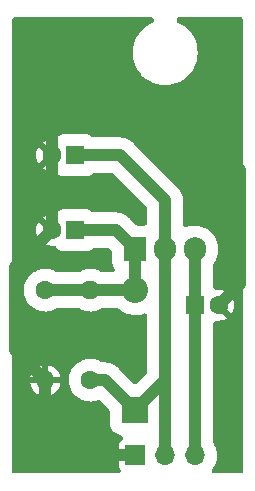
<source format=gbr>
G04 #@! TF.GenerationSoftware,KiCad,Pcbnew,(6.0.4)*
G04 #@! TF.CreationDate,2023-08-28T23:05:39+07:00*
G04 #@! TF.ProjectId,07-LM317-RippleRejection,30372d4c-4d33-4313-972d-526970706c65,rev?*
G04 #@! TF.SameCoordinates,Original*
G04 #@! TF.FileFunction,Copper,L2,Bot*
G04 #@! TF.FilePolarity,Positive*
%FSLAX46Y46*%
G04 Gerber Fmt 4.6, Leading zero omitted, Abs format (unit mm)*
G04 Created by KiCad (PCBNEW (6.0.4)) date 2023-08-28 23:05:39*
%MOMM*%
%LPD*%
G01*
G04 APERTURE LIST*
G04 #@! TA.AperFunction,ComponentPad*
%ADD10R,1.700000X1.700000*%
G04 #@! TD*
G04 #@! TA.AperFunction,ComponentPad*
%ADD11O,1.700000X1.700000*%
G04 #@! TD*
G04 #@! TA.AperFunction,ComponentPad*
%ADD12R,1.905000X2.000000*%
G04 #@! TD*
G04 #@! TA.AperFunction,ComponentPad*
%ADD13O,1.905000X2.000000*%
G04 #@! TD*
G04 #@! TA.AperFunction,ComponentPad*
%ADD14C,1.600000*%
G04 #@! TD*
G04 #@! TA.AperFunction,ComponentPad*
%ADD15O,1.600000X1.600000*%
G04 #@! TD*
G04 #@! TA.AperFunction,ComponentPad*
%ADD16R,2.200000X2.200000*%
G04 #@! TD*
G04 #@! TA.AperFunction,ComponentPad*
%ADD17O,2.200000X2.200000*%
G04 #@! TD*
G04 #@! TA.AperFunction,ComponentPad*
%ADD18R,1.600000X1.600000*%
G04 #@! TD*
G04 #@! TA.AperFunction,Conductor*
%ADD19C,1.000000*%
G04 #@! TD*
G04 APERTURE END LIST*
D10*
G04 #@! TO.P,J1,1,Pin_1*
G04 #@! TO.N,GND*
X190500000Y-100330000D03*
D11*
G04 #@! TO.P,J1,2,Pin_2*
G04 #@! TO.N,VOUT*
X193040000Y-100330000D03*
G04 #@! TO.P,J1,3,Pin_3*
G04 #@! TO.N,VIN*
X195580000Y-100330000D03*
G04 #@! TD*
D12*
G04 #@! TO.P,U1,1,ADJ*
G04 #@! TO.N,/ADJ*
X190500000Y-82890000D03*
D13*
G04 #@! TO.P,U1,2,VO*
G04 #@! TO.N,VOUT*
X193040000Y-82890000D03*
G04 #@! TO.P,U1,3,VI*
G04 #@! TO.N,VIN*
X195580000Y-82890000D03*
G04 #@! TD*
D14*
G04 #@! TO.P,R2,1*
G04 #@! TO.N,/ADJ*
X182880000Y-86360000D03*
D15*
G04 #@! TO.P,R2,2*
G04 #@! TO.N,GND*
X182880000Y-93980000D03*
G04 #@! TD*
D14*
G04 #@! TO.P,R1,1*
G04 #@! TO.N,VOUT*
X186690000Y-93980000D03*
D15*
G04 #@! TO.P,R1,2*
G04 #@! TO.N,/ADJ*
X186690000Y-86360000D03*
G04 #@! TD*
D16*
G04 #@! TO.P,D1,1,K*
G04 #@! TO.N,VOUT*
X190500000Y-96520000D03*
D17*
G04 #@! TO.P,D1,2,A*
G04 #@! TO.N,/ADJ*
X190500000Y-86360000D03*
G04 #@! TD*
D18*
G04 #@! TO.P,C3,1*
G04 #@! TO.N,VOUT*
X185420000Y-74930000D03*
D14*
G04 #@! TO.P,C3,2*
G04 #@! TO.N,GND*
X183420000Y-74930000D03*
G04 #@! TD*
D18*
G04 #@! TO.P,C2,1*
G04 #@! TO.N,/ADJ*
X185420000Y-81280000D03*
D14*
G04 #@! TO.P,C2,2*
G04 #@! TO.N,GND*
X183420000Y-81280000D03*
G04 #@! TD*
D18*
G04 #@! TO.P,C1,1*
G04 #@! TO.N,VIN*
X195580000Y-87630000D03*
D14*
G04 #@! TO.P,C1,2*
G04 #@! TO.N,GND*
X197580000Y-87630000D03*
G04 #@! TD*
D19*
G04 #@! TO.N,GND*
X186690000Y-100330000D02*
X190500000Y-100330000D01*
X182880000Y-96520000D02*
X186690000Y-100330000D01*
X182880000Y-93980000D02*
X182880000Y-96520000D01*
G04 #@! TO.N,VOUT*
X190500000Y-96520000D02*
X193040000Y-93980000D01*
X193040000Y-93980000D02*
X193040000Y-92710000D01*
X193040000Y-100330000D02*
X193040000Y-93980000D01*
X187960000Y-93980000D02*
X190500000Y-96520000D01*
X186690000Y-93980000D02*
X187960000Y-93980000D01*
G04 #@! TO.N,/ADJ*
X190500000Y-86360000D02*
X190500000Y-82890000D01*
X186690000Y-86360000D02*
X190500000Y-86360000D01*
X182880000Y-86360000D02*
X186690000Y-86360000D01*
G04 #@! TO.N,GND*
X180340000Y-84360000D02*
X183420000Y-81280000D01*
X180340000Y-91440000D02*
X180340000Y-84360000D01*
X182880000Y-93980000D02*
X180340000Y-91440000D01*
X199390000Y-85820000D02*
X197580000Y-87630000D01*
X199390000Y-76200000D02*
X199390000Y-85820000D01*
X194310000Y-71120000D02*
X199390000Y-76200000D01*
X183420000Y-73120000D02*
X185420000Y-71120000D01*
X185420000Y-71120000D02*
X194310000Y-71120000D01*
X183420000Y-74930000D02*
X183420000Y-73120000D01*
G04 #@! TO.N,VIN*
X195580000Y-87630000D02*
X195580000Y-100330000D01*
G04 #@! TO.N,VOUT*
X193040000Y-78740000D02*
X193040000Y-82890000D01*
X189230000Y-74930000D02*
X193040000Y-78740000D01*
X185420000Y-74930000D02*
X189230000Y-74930000D01*
G04 #@! TO.N,GND*
X183420000Y-74930000D02*
X183420000Y-81280000D01*
G04 #@! TO.N,/ADJ*
X185420000Y-81280000D02*
X188890000Y-81280000D01*
X188890000Y-81280000D02*
X190500000Y-82890000D01*
G04 #@! TO.N,VOUT*
X193040000Y-92710000D02*
X193040000Y-91440000D01*
X193040000Y-82890000D02*
X193040000Y-91440000D01*
G04 #@! TO.N,VIN*
X195580000Y-82890000D02*
X195580000Y-87630000D01*
G04 #@! TD*
G04 #@! TA.AperFunction,Conductor*
G04 #@! TO.N,GND*
G36*
X191921108Y-63249758D02*
G01*
X192003187Y-63304602D01*
X192058031Y-63386681D01*
X192077289Y-63483500D01*
X192058031Y-63580319D01*
X192003187Y-63662398D01*
X191926589Y-63714895D01*
X191776179Y-63781391D01*
X191769638Y-63785282D01*
X191769637Y-63785283D01*
X191607563Y-63881707D01*
X191491164Y-63950957D01*
X191228585Y-64153536D01*
X191223162Y-64158875D01*
X191223158Y-64158878D01*
X190997678Y-64380843D01*
X190997672Y-64380849D01*
X190992244Y-64386193D01*
X190970287Y-64413747D01*
X190790310Y-64639604D01*
X190790306Y-64639609D01*
X190785566Y-64645558D01*
X190611545Y-64927874D01*
X190472700Y-65229051D01*
X190371043Y-65544728D01*
X190308047Y-65870332D01*
X190284624Y-66201145D01*
X190301114Y-66532376D01*
X190357277Y-66859227D01*
X190359458Y-66866520D01*
X190359459Y-66866524D01*
X190384548Y-66950414D01*
X190452300Y-67176964D01*
X190584807Y-67480983D01*
X190752879Y-67766882D01*
X190757497Y-67772933D01*
X190757501Y-67772939D01*
X190802208Y-67831519D01*
X190954080Y-68030518D01*
X190959395Y-68035974D01*
X190959401Y-68035981D01*
X191022190Y-68100435D01*
X191185496Y-68268073D01*
X191191426Y-68272850D01*
X191191430Y-68272853D01*
X191289871Y-68352143D01*
X191443775Y-68476107D01*
X191725176Y-68651604D01*
X192025623Y-68792024D01*
X192340763Y-68895332D01*
X192666032Y-68960032D01*
X192785425Y-68969114D01*
X192989113Y-68984609D01*
X192989121Y-68984609D01*
X192996718Y-68985187D01*
X193004332Y-68984848D01*
X193004339Y-68984848D01*
X193162374Y-68977810D01*
X193328031Y-68970432D01*
X193335544Y-68969182D01*
X193335549Y-68969181D01*
X193647656Y-68917232D01*
X193655172Y-68915981D01*
X193973401Y-68822622D01*
X194278111Y-68691709D01*
X194354097Y-68647573D01*
X194558292Y-68528967D01*
X194558298Y-68528963D01*
X194564885Y-68525137D01*
X194829572Y-68325319D01*
X195068335Y-68095150D01*
X195277718Y-67837964D01*
X195354699Y-67715956D01*
X195450618Y-67563935D01*
X195450622Y-67563927D01*
X195454687Y-67557485D01*
X195596678Y-67257778D01*
X195701635Y-66943183D01*
X195720327Y-66851720D01*
X195766512Y-66625717D01*
X195768037Y-66618257D01*
X195794923Y-66287707D01*
X195795527Y-66230000D01*
X195775570Y-65898960D01*
X195715987Y-65572715D01*
X195713726Y-65565432D01*
X195619902Y-65263271D01*
X195619899Y-65263264D01*
X195617641Y-65255991D01*
X195608818Y-65236311D01*
X195485074Y-64960324D01*
X195485072Y-64960320D01*
X195481958Y-64953375D01*
X195478036Y-64946860D01*
X195478032Y-64946853D01*
X195314835Y-64675785D01*
X195310902Y-64669252D01*
X195106951Y-64407737D01*
X195101587Y-64402345D01*
X195101581Y-64402338D01*
X194878435Y-64178021D01*
X194878433Y-64178019D01*
X194873060Y-64172618D01*
X194612617Y-63967301D01*
X194329393Y-63794760D01*
X194322463Y-63791609D01*
X194151358Y-63713812D01*
X194071193Y-63656207D01*
X194019174Y-63572309D01*
X194003222Y-63474891D01*
X194025763Y-63378783D01*
X194083368Y-63298618D01*
X194167266Y-63246599D01*
X194256075Y-63230500D01*
X199406500Y-63230500D01*
X199503319Y-63249758D01*
X199585398Y-63304602D01*
X199640242Y-63386681D01*
X199659500Y-63483500D01*
X199659500Y-101616500D01*
X199640242Y-101713319D01*
X199585398Y-101795398D01*
X199503319Y-101850242D01*
X199406500Y-101869500D01*
X197246643Y-101869500D01*
X197149824Y-101850242D01*
X197067745Y-101795398D01*
X197012901Y-101713319D01*
X196993643Y-101616500D01*
X197012901Y-101519681D01*
X197052974Y-101453709D01*
X197080910Y-101420475D01*
X197219586Y-101198116D01*
X197325547Y-100958436D01*
X197372664Y-100791376D01*
X197394252Y-100714830D01*
X197394253Y-100714824D01*
X197396681Y-100706216D01*
X197409750Y-100608918D01*
X197430706Y-100452897D01*
X197430707Y-100452889D01*
X197431566Y-100446491D01*
X197435227Y-100330000D01*
X197416719Y-100068596D01*
X197361563Y-99812408D01*
X197341013Y-99756703D01*
X197273957Y-99574941D01*
X197273955Y-99574938D01*
X197270860Y-99566547D01*
X197201912Y-99438764D01*
X197150667Y-99343790D01*
X197150663Y-99343784D01*
X197146420Y-99335920D01*
X197129993Y-99313679D01*
X197087962Y-99224362D01*
X197080500Y-99163368D01*
X197080500Y-89244206D01*
X197099758Y-89147387D01*
X197137439Y-89084303D01*
X197189821Y-89020076D01*
X197265937Y-88957219D01*
X197360314Y-88928274D01*
X197407932Y-88927942D01*
X197568993Y-88942033D01*
X197591007Y-88942033D01*
X197796995Y-88924012D01*
X197818668Y-88920190D01*
X198018403Y-88866671D01*
X198039077Y-88859147D01*
X198226489Y-88771755D01*
X198245545Y-88760753D01*
X198287478Y-88731391D01*
X198302132Y-88716084D01*
X198298406Y-88707616D01*
X197454602Y-87863812D01*
X197399758Y-87781733D01*
X197380500Y-87684914D01*
X197380500Y-87630000D01*
X197945056Y-87630000D01*
X197956829Y-87647619D01*
X198649480Y-88340270D01*
X198667099Y-88352043D01*
X198674792Y-88346903D01*
X198710753Y-88295545D01*
X198721755Y-88276489D01*
X198809147Y-88089077D01*
X198816671Y-88068403D01*
X198870190Y-87868668D01*
X198874012Y-87846995D01*
X198892033Y-87641007D01*
X198892033Y-87618993D01*
X198874012Y-87413005D01*
X198870190Y-87391332D01*
X198816671Y-87191597D01*
X198809147Y-87170923D01*
X198721755Y-86983511D01*
X198710753Y-86964455D01*
X198681391Y-86922522D01*
X198666084Y-86907868D01*
X198657616Y-86911594D01*
X197956829Y-87612381D01*
X197945056Y-87630000D01*
X197380500Y-87630000D01*
X197380500Y-87575086D01*
X197399758Y-87478267D01*
X197454602Y-87396188D01*
X198290270Y-86560520D01*
X198302043Y-86542901D01*
X198296903Y-86535208D01*
X198245545Y-86499247D01*
X198226489Y-86488245D01*
X198039077Y-86400853D01*
X198018403Y-86393329D01*
X197818668Y-86339810D01*
X197796995Y-86335988D01*
X197591007Y-86317967D01*
X197568993Y-86317967D01*
X197407932Y-86332058D01*
X197309803Y-86321311D01*
X197223257Y-86273830D01*
X197189821Y-86239924D01*
X197137439Y-86175697D01*
X197091171Y-86088496D01*
X197080500Y-86015794D01*
X197080500Y-84276629D01*
X197099758Y-84179810D01*
X197134815Y-84119999D01*
X197193873Y-84045084D01*
X197193878Y-84045077D01*
X197199415Y-84038053D01*
X197338328Y-83798896D01*
X197442158Y-83542552D01*
X197508833Y-83274135D01*
X197533000Y-83038266D01*
X197533000Y-82772039D01*
X197532684Y-82767572D01*
X197519087Y-82575538D01*
X197519086Y-82575533D01*
X197518455Y-82566617D01*
X197460244Y-82296238D01*
X197364518Y-82036759D01*
X197233185Y-81793357D01*
X197068867Y-81570888D01*
X196874841Y-81373791D01*
X196654981Y-81205998D01*
X196617126Y-81184798D01*
X196421472Y-81075228D01*
X196413671Y-81070859D01*
X196155728Y-80971068D01*
X195886297Y-80908617D01*
X195610755Y-80884753D01*
X195334599Y-80899950D01*
X195291027Y-80908617D01*
X195072115Y-80952161D01*
X195072110Y-80952162D01*
X195063339Y-80953907D01*
X194877327Y-81019230D01*
X194779599Y-81033140D01*
X194683984Y-81008591D01*
X194605043Y-80949320D01*
X194554792Y-80864352D01*
X194540500Y-80780522D01*
X194540500Y-78864419D01*
X194540945Y-78849413D01*
X194541529Y-78839580D01*
X194542993Y-78829294D01*
X194540565Y-78722304D01*
X194540500Y-78716564D01*
X194540500Y-78677446D01*
X194539798Y-78668903D01*
X194539014Y-78653930D01*
X194537631Y-78593000D01*
X194537631Y-78592996D01*
X194537395Y-78582618D01*
X194531550Y-78551683D01*
X194528004Y-78525454D01*
X194526276Y-78504434D01*
X194526275Y-78504429D01*
X194525425Y-78494089D01*
X194508046Y-78424903D01*
X194504833Y-78410290D01*
X194491584Y-78340167D01*
X194480768Y-78310612D01*
X194472982Y-78285303D01*
X194465316Y-78254783D01*
X194461177Y-78245265D01*
X194461174Y-78245255D01*
X194436877Y-78189378D01*
X194431301Y-78175438D01*
X194410358Y-78118209D01*
X194406789Y-78108456D01*
X194401677Y-78099421D01*
X194401674Y-78099414D01*
X194391290Y-78081060D01*
X194379478Y-78057369D01*
X194371070Y-78038032D01*
X194371068Y-78038028D01*
X194366928Y-78028507D01*
X194328183Y-77968616D01*
X194320423Y-77955803D01*
X194285288Y-77893703D01*
X194265527Y-77869213D01*
X194249998Y-77847760D01*
X194238549Y-77830062D01*
X194238544Y-77830055D01*
X194232905Y-77821339D01*
X194184899Y-77768580D01*
X194175132Y-77757185D01*
X194162313Y-77741298D01*
X194162311Y-77741296D01*
X194158083Y-77736056D01*
X194131444Y-77709417D01*
X194123215Y-77700791D01*
X194066846Y-77638842D01*
X194058707Y-77632414D01*
X194058695Y-77632403D01*
X194050037Y-77625566D01*
X194027943Y-77605916D01*
X190378992Y-73956965D01*
X190368696Y-73946039D01*
X190362151Y-73938667D01*
X190355917Y-73930364D01*
X190278543Y-73856424D01*
X190274438Y-73852411D01*
X190246781Y-73824754D01*
X190240250Y-73819215D01*
X190229106Y-73809181D01*
X190185034Y-73767065D01*
X190177532Y-73759896D01*
X190151531Y-73742159D01*
X190130465Y-73726111D01*
X190114382Y-73712471D01*
X190114377Y-73712468D01*
X190106469Y-73705761D01*
X190085697Y-73693329D01*
X190045271Y-73669134D01*
X190032625Y-73661047D01*
X189982277Y-73626702D01*
X189973700Y-73620851D01*
X189945145Y-73607596D01*
X189921762Y-73595215D01*
X189894750Y-73579049D01*
X189828385Y-73552907D01*
X189814586Y-73546993D01*
X189759309Y-73521334D01*
X189759305Y-73521333D01*
X189749896Y-73516965D01*
X189739901Y-73514193D01*
X189739890Y-73514189D01*
X189719570Y-73508554D01*
X189694457Y-73500152D01*
X189674840Y-73492425D01*
X189665178Y-73488619D01*
X189595435Y-73473667D01*
X189580876Y-73470091D01*
X189512129Y-73451026D01*
X189501819Y-73449924D01*
X189501813Y-73449923D01*
X189480838Y-73447682D01*
X189454682Y-73443492D01*
X189423920Y-73436897D01*
X189352681Y-73433538D01*
X189337709Y-73432386D01*
X189317398Y-73430215D01*
X189317397Y-73430215D01*
X189310708Y-73429500D01*
X189273025Y-73429500D01*
X189261107Y-73429219D01*
X189187827Y-73425763D01*
X189187824Y-73425763D01*
X189177453Y-73425274D01*
X189162541Y-73427026D01*
X189156188Y-73427772D01*
X189126670Y-73429500D01*
X187034206Y-73429500D01*
X186937387Y-73410242D01*
X186874306Y-73372564D01*
X186773596Y-73290427D01*
X186762234Y-73284487D01*
X186604835Y-73202200D01*
X186604831Y-73202198D01*
X186593470Y-73196259D01*
X186581146Y-73192725D01*
X186581143Y-73192724D01*
X186409663Y-73143553D01*
X186409659Y-73143552D01*
X186398087Y-73140234D01*
X186386097Y-73139164D01*
X186386092Y-73139163D01*
X186331254Y-73134269D01*
X186277816Y-73129500D01*
X184562184Y-73129500D01*
X184508746Y-73134269D01*
X184453908Y-73139163D01*
X184453903Y-73139164D01*
X184441913Y-73140234D01*
X184430341Y-73143552D01*
X184430337Y-73143553D01*
X184258857Y-73192724D01*
X184258854Y-73192725D01*
X184246530Y-73196259D01*
X184235169Y-73202198D01*
X184235165Y-73202200D01*
X184077766Y-73284487D01*
X184066404Y-73290427D01*
X183908891Y-73418891D01*
X183900789Y-73428825D01*
X183810179Y-73539924D01*
X183734062Y-73602782D01*
X183639685Y-73631726D01*
X183592068Y-73632058D01*
X183431007Y-73617967D01*
X183408993Y-73617967D01*
X183203005Y-73635988D01*
X183181332Y-73639810D01*
X182981597Y-73693329D01*
X182960923Y-73700853D01*
X182773511Y-73788245D01*
X182754455Y-73799247D01*
X182712522Y-73828609D01*
X182697868Y-73843916D01*
X182701594Y-73852384D01*
X183545398Y-74696188D01*
X183600242Y-74778267D01*
X183619500Y-74875086D01*
X183619500Y-74984914D01*
X183600242Y-75081733D01*
X183545398Y-75163812D01*
X182709730Y-75999480D01*
X182697957Y-76017099D01*
X182703097Y-76024792D01*
X182754455Y-76060753D01*
X182773511Y-76071755D01*
X182960923Y-76159147D01*
X182981597Y-76166671D01*
X183181332Y-76220190D01*
X183203005Y-76224012D01*
X183408993Y-76242033D01*
X183431007Y-76242033D01*
X183592068Y-76227942D01*
X183690197Y-76238689D01*
X183776743Y-76286170D01*
X183810179Y-76320076D01*
X183900789Y-76431175D01*
X183908891Y-76441109D01*
X184066404Y-76569573D01*
X184077766Y-76575513D01*
X184235165Y-76657800D01*
X184235169Y-76657802D01*
X184246530Y-76663741D01*
X184258854Y-76667275D01*
X184258857Y-76667276D01*
X184430337Y-76716447D01*
X184430341Y-76716448D01*
X184441913Y-76719766D01*
X184453903Y-76720836D01*
X184453908Y-76720837D01*
X184508746Y-76725731D01*
X184562184Y-76730500D01*
X186277816Y-76730500D01*
X186331254Y-76725731D01*
X186386092Y-76720837D01*
X186386097Y-76720836D01*
X186398087Y-76719766D01*
X186409659Y-76716448D01*
X186409663Y-76716447D01*
X186581143Y-76667276D01*
X186581146Y-76667275D01*
X186593470Y-76663741D01*
X186604831Y-76657802D01*
X186604835Y-76657800D01*
X186762234Y-76575513D01*
X186773596Y-76569573D01*
X186874305Y-76487437D01*
X186961505Y-76441171D01*
X187034206Y-76430500D01*
X188503676Y-76430500D01*
X188600495Y-76449758D01*
X188682574Y-76504602D01*
X191465398Y-79287425D01*
X191520242Y-79369504D01*
X191539500Y-79466323D01*
X191539500Y-80636500D01*
X191520242Y-80733319D01*
X191465398Y-80815398D01*
X191383319Y-80870242D01*
X191286500Y-80889500D01*
X190726323Y-80889500D01*
X190629504Y-80870242D01*
X190547425Y-80815398D01*
X190038992Y-80306965D01*
X190028696Y-80296039D01*
X190022151Y-80288667D01*
X190015917Y-80280364D01*
X189938543Y-80206424D01*
X189934438Y-80202411D01*
X189906781Y-80174754D01*
X189900250Y-80169215D01*
X189889106Y-80159181D01*
X189845034Y-80117065D01*
X189837532Y-80109896D01*
X189811531Y-80092159D01*
X189790465Y-80076111D01*
X189774382Y-80062471D01*
X189774377Y-80062468D01*
X189766469Y-80055761D01*
X189745697Y-80043329D01*
X189705271Y-80019134D01*
X189692625Y-80011047D01*
X189642277Y-79976702D01*
X189633700Y-79970851D01*
X189605145Y-79957596D01*
X189581762Y-79945215D01*
X189554750Y-79929049D01*
X189488385Y-79902907D01*
X189474586Y-79896993D01*
X189419309Y-79871334D01*
X189419305Y-79871333D01*
X189409896Y-79866965D01*
X189399901Y-79864193D01*
X189399890Y-79864189D01*
X189379570Y-79858554D01*
X189354457Y-79850152D01*
X189334840Y-79842425D01*
X189325178Y-79838619D01*
X189255435Y-79823667D01*
X189240876Y-79820091D01*
X189172129Y-79801026D01*
X189161819Y-79799924D01*
X189161813Y-79799923D01*
X189140838Y-79797682D01*
X189114682Y-79793492D01*
X189083920Y-79786897D01*
X189012681Y-79783538D01*
X188997709Y-79782386D01*
X188977398Y-79780215D01*
X188977397Y-79780215D01*
X188970708Y-79779500D01*
X188933025Y-79779500D01*
X188921107Y-79779219D01*
X188847827Y-79775763D01*
X188847824Y-79775763D01*
X188837453Y-79775274D01*
X188822541Y-79777026D01*
X188816188Y-79777772D01*
X188786670Y-79779500D01*
X187034206Y-79779500D01*
X186937387Y-79760242D01*
X186874306Y-79722564D01*
X186773596Y-79640427D01*
X186762234Y-79634487D01*
X186604835Y-79552200D01*
X186604831Y-79552198D01*
X186593470Y-79546259D01*
X186581146Y-79542725D01*
X186581143Y-79542724D01*
X186409663Y-79493553D01*
X186409659Y-79493552D01*
X186398087Y-79490234D01*
X186386097Y-79489164D01*
X186386092Y-79489163D01*
X186331254Y-79484269D01*
X186277816Y-79479500D01*
X184562184Y-79479500D01*
X184508746Y-79484269D01*
X184453908Y-79489163D01*
X184453903Y-79489164D01*
X184441913Y-79490234D01*
X184430341Y-79493552D01*
X184430337Y-79493553D01*
X184258857Y-79542724D01*
X184258854Y-79542725D01*
X184246530Y-79546259D01*
X184235169Y-79552198D01*
X184235165Y-79552200D01*
X184077766Y-79634487D01*
X184066404Y-79640427D01*
X183908891Y-79768891D01*
X183900789Y-79778825D01*
X183810179Y-79889924D01*
X183734062Y-79952782D01*
X183639685Y-79981726D01*
X183592068Y-79982058D01*
X183431007Y-79967967D01*
X183408993Y-79967967D01*
X183203005Y-79985988D01*
X183181332Y-79989810D01*
X182981597Y-80043329D01*
X182960923Y-80050853D01*
X182773511Y-80138245D01*
X182754455Y-80149247D01*
X182712522Y-80178609D01*
X182697868Y-80193916D01*
X182701594Y-80202384D01*
X183545398Y-81046188D01*
X183600242Y-81128267D01*
X183619500Y-81225086D01*
X183619500Y-81334914D01*
X183600242Y-81431733D01*
X183545398Y-81513812D01*
X182709730Y-82349480D01*
X182697957Y-82367099D01*
X182703097Y-82374792D01*
X182754455Y-82410753D01*
X182773511Y-82421755D01*
X182960923Y-82509147D01*
X182981597Y-82516671D01*
X183181332Y-82570190D01*
X183203005Y-82574012D01*
X183408993Y-82592033D01*
X183431007Y-82592033D01*
X183592068Y-82577942D01*
X183690197Y-82588689D01*
X183776743Y-82636170D01*
X183810179Y-82670076D01*
X183900789Y-82781175D01*
X183908891Y-82791109D01*
X184066404Y-82919573D01*
X184077766Y-82925513D01*
X184235165Y-83007800D01*
X184235169Y-83007802D01*
X184246530Y-83013741D01*
X184258854Y-83017275D01*
X184258857Y-83017276D01*
X184430337Y-83066447D01*
X184430341Y-83066448D01*
X184441913Y-83069766D01*
X184453903Y-83070836D01*
X184453908Y-83070837D01*
X184508746Y-83075731D01*
X184562184Y-83080500D01*
X186277816Y-83080500D01*
X186331254Y-83075731D01*
X186386092Y-83070837D01*
X186386097Y-83070836D01*
X186398087Y-83069766D01*
X186409659Y-83066448D01*
X186409663Y-83066447D01*
X186581143Y-83017276D01*
X186581146Y-83017275D01*
X186593470Y-83013741D01*
X186604831Y-83007802D01*
X186604835Y-83007800D01*
X186762234Y-82925513D01*
X186773596Y-82919573D01*
X186874305Y-82837437D01*
X186961505Y-82791171D01*
X187034206Y-82780500D01*
X188163676Y-82780500D01*
X188260495Y-82799758D01*
X188342574Y-82854602D01*
X188472898Y-82984926D01*
X188527742Y-83067005D01*
X188547000Y-83163824D01*
X188547000Y-83947816D01*
X188547501Y-83953425D01*
X188555054Y-84038053D01*
X188557734Y-84068087D01*
X188613759Y-84263470D01*
X188619698Y-84274831D01*
X188619700Y-84274835D01*
X188620638Y-84276629D01*
X188707927Y-84443596D01*
X188716029Y-84453530D01*
X188723083Y-84464228D01*
X188720597Y-84465867D01*
X188756637Y-84533776D01*
X188766021Y-84632045D01*
X188737085Y-84726425D01*
X188674235Y-84802547D01*
X188587038Y-84848823D01*
X188514314Y-84859500D01*
X187765140Y-84859500D01*
X187668321Y-84840242D01*
X187620930Y-84814376D01*
X187614096Y-84809635D01*
X187614093Y-84809633D01*
X187606385Y-84804286D01*
X187569271Y-84785983D01*
X187374788Y-84690075D01*
X187366371Y-84685924D01*
X187232800Y-84643167D01*
X187120439Y-84607200D01*
X187120434Y-84607199D01*
X187111497Y-84604338D01*
X186847364Y-84561322D01*
X186837981Y-84561199D01*
X186837979Y-84561199D01*
X186693555Y-84559309D01*
X186579774Y-84557819D01*
X186314605Y-84593907D01*
X186057683Y-84668792D01*
X186049165Y-84672719D01*
X186049162Y-84672720D01*
X185925839Y-84729573D01*
X185814652Y-84780831D01*
X185806799Y-84785980D01*
X185806793Y-84785983D01*
X185757838Y-84818080D01*
X185666311Y-84855060D01*
X185619120Y-84859500D01*
X183955140Y-84859500D01*
X183858321Y-84840242D01*
X183810930Y-84814376D01*
X183804096Y-84809635D01*
X183804093Y-84809633D01*
X183796385Y-84804286D01*
X183759271Y-84785983D01*
X183564788Y-84690075D01*
X183556371Y-84685924D01*
X183422800Y-84643167D01*
X183310439Y-84607200D01*
X183310434Y-84607199D01*
X183301497Y-84604338D01*
X183037364Y-84561322D01*
X183027981Y-84561199D01*
X183027979Y-84561199D01*
X182883555Y-84559309D01*
X182769774Y-84557819D01*
X182504605Y-84593907D01*
X182247683Y-84668792D01*
X182239165Y-84672719D01*
X182239162Y-84672720D01*
X182013176Y-84776901D01*
X182013172Y-84776903D01*
X182004652Y-84780831D01*
X181996808Y-84785974D01*
X181996804Y-84785976D01*
X181900947Y-84848823D01*
X181780851Y-84927562D01*
X181773853Y-84933808D01*
X181773849Y-84933811D01*
X181639743Y-85053505D01*
X181581197Y-85105760D01*
X181410075Y-85311512D01*
X181271244Y-85540298D01*
X181267618Y-85548945D01*
X181267617Y-85548947D01*
X181171385Y-85778433D01*
X181171383Y-85778440D01*
X181167755Y-85787091D01*
X181101881Y-86046470D01*
X181100941Y-86055810D01*
X181100940Y-86055813D01*
X181078728Y-86276404D01*
X181075070Y-86312736D01*
X181087909Y-86580041D01*
X181089739Y-86589239D01*
X181089739Y-86589242D01*
X181126129Y-86772184D01*
X181140118Y-86842512D01*
X181230549Y-87094383D01*
X181357215Y-87330121D01*
X181362836Y-87337648D01*
X181511719Y-87537027D01*
X181511723Y-87537031D01*
X181517335Y-87544547D01*
X181707390Y-87732950D01*
X181923205Y-87891192D01*
X182160039Y-88015797D01*
X182168898Y-88018891D01*
X182168901Y-88018892D01*
X182262132Y-88051449D01*
X182412690Y-88104026D01*
X182530832Y-88126456D01*
X182666381Y-88152192D01*
X182666387Y-88152193D01*
X182675606Y-88153943D01*
X182684986Y-88154312D01*
X182684990Y-88154312D01*
X182802064Y-88158911D01*
X182943013Y-88164449D01*
X183096430Y-88147647D01*
X183199706Y-88136337D01*
X183199710Y-88136336D01*
X183209035Y-88135315D01*
X183218101Y-88132928D01*
X183218107Y-88132927D01*
X183339623Y-88100934D01*
X183467829Y-88067180D01*
X183713710Y-87961542D01*
X183721687Y-87956605D01*
X183721692Y-87956603D01*
X183815810Y-87898361D01*
X183908274Y-87863790D01*
X183948942Y-87860500D01*
X185612853Y-87860500D01*
X185709672Y-87879758D01*
X185732921Y-87891732D01*
X185733205Y-87891192D01*
X185970039Y-88015797D01*
X185978898Y-88018891D01*
X185978901Y-88018892D01*
X186072132Y-88051449D01*
X186222690Y-88104026D01*
X186340832Y-88126456D01*
X186476381Y-88152192D01*
X186476387Y-88152193D01*
X186485606Y-88153943D01*
X186494986Y-88154312D01*
X186494990Y-88154312D01*
X186612064Y-88158911D01*
X186753013Y-88164449D01*
X186906430Y-88147647D01*
X187009706Y-88136337D01*
X187009710Y-88136336D01*
X187019035Y-88135315D01*
X187028101Y-88132928D01*
X187028107Y-88132927D01*
X187149623Y-88100934D01*
X187277829Y-88067180D01*
X187523710Y-87961542D01*
X187531687Y-87956605D01*
X187531692Y-87956603D01*
X187625810Y-87898361D01*
X187718274Y-87863790D01*
X187758942Y-87860500D01*
X188928078Y-87860500D01*
X189024897Y-87879758D01*
X189090364Y-87919406D01*
X189262472Y-88063311D01*
X189505088Y-88215503D01*
X189766114Y-88333361D01*
X189774372Y-88335807D01*
X189774377Y-88335809D01*
X190000417Y-88402765D01*
X190040719Y-88414703D01*
X190323824Y-88458024D01*
X190516599Y-88461053D01*
X190601585Y-88462388D01*
X190601588Y-88462388D01*
X190610189Y-88462523D01*
X190734740Y-88447450D01*
X190885974Y-88429149D01*
X190885981Y-88429148D01*
X190894514Y-88428115D01*
X190902833Y-88425933D01*
X190902836Y-88425932D01*
X191163207Y-88357625D01*
X191163209Y-88357624D01*
X191171539Y-88355439D01*
X191189677Y-88347926D01*
X191286496Y-88328666D01*
X191383315Y-88347923D01*
X191465395Y-88402765D01*
X191520240Y-88484843D01*
X191539500Y-88581666D01*
X191539500Y-93253676D01*
X191520242Y-93350495D01*
X191465398Y-93432574D01*
X190678898Y-94219075D01*
X190596819Y-94273918D01*
X190500000Y-94293177D01*
X190403181Y-94273919D01*
X190321102Y-94219075D01*
X189108992Y-93006965D01*
X189098696Y-92996039D01*
X189092151Y-92988667D01*
X189085917Y-92980364D01*
X189008543Y-92906424D01*
X189004438Y-92902411D01*
X188976781Y-92874754D01*
X188970250Y-92869215D01*
X188959106Y-92859181D01*
X188915034Y-92817065D01*
X188907532Y-92809896D01*
X188881531Y-92792159D01*
X188860465Y-92776111D01*
X188844382Y-92762471D01*
X188844377Y-92762468D01*
X188836469Y-92755761D01*
X188798407Y-92732981D01*
X188775271Y-92719134D01*
X188762625Y-92711047D01*
X188712277Y-92676702D01*
X188703700Y-92670851D01*
X188675145Y-92657596D01*
X188651762Y-92645215D01*
X188624750Y-92629049D01*
X188558385Y-92602907D01*
X188544586Y-92596993D01*
X188489309Y-92571334D01*
X188489305Y-92571333D01*
X188479896Y-92566965D01*
X188469901Y-92564193D01*
X188469890Y-92564189D01*
X188449570Y-92558554D01*
X188424457Y-92550152D01*
X188404840Y-92542425D01*
X188395178Y-92538619D01*
X188325435Y-92523667D01*
X188310876Y-92520091D01*
X188242129Y-92501026D01*
X188231819Y-92499924D01*
X188231813Y-92499923D01*
X188210838Y-92497682D01*
X188184682Y-92493492D01*
X188153920Y-92486897D01*
X188082681Y-92483538D01*
X188067709Y-92482386D01*
X188047398Y-92480215D01*
X188047397Y-92480215D01*
X188040708Y-92479500D01*
X188003025Y-92479500D01*
X187991107Y-92479219D01*
X187917827Y-92475763D01*
X187917824Y-92475763D01*
X187907453Y-92475274D01*
X187892541Y-92477026D01*
X187886188Y-92477772D01*
X187856670Y-92479500D01*
X187765140Y-92479500D01*
X187668321Y-92460242D01*
X187620930Y-92434376D01*
X187614096Y-92429635D01*
X187614093Y-92429633D01*
X187606385Y-92424286D01*
X187366371Y-92305924D01*
X187232800Y-92263167D01*
X187120439Y-92227200D01*
X187120434Y-92227199D01*
X187111497Y-92224338D01*
X186847364Y-92181322D01*
X186837981Y-92181199D01*
X186837979Y-92181199D01*
X186693555Y-92179309D01*
X186579774Y-92177819D01*
X186314605Y-92213907D01*
X186057683Y-92288792D01*
X186049165Y-92292719D01*
X186049162Y-92292720D01*
X185823176Y-92396901D01*
X185823172Y-92396903D01*
X185814652Y-92400831D01*
X185806808Y-92405974D01*
X185806804Y-92405976D01*
X185673321Y-92493492D01*
X185590851Y-92547562D01*
X185583853Y-92553808D01*
X185583849Y-92553811D01*
X185493576Y-92634383D01*
X185391197Y-92725760D01*
X185385194Y-92732978D01*
X185385191Y-92732981D01*
X185270065Y-92871405D01*
X185220075Y-92931512D01*
X185215213Y-92939524D01*
X185215211Y-92939527D01*
X185190431Y-92980364D01*
X185081244Y-93160298D01*
X185077618Y-93168945D01*
X185077617Y-93168947D01*
X184981385Y-93398433D01*
X184981383Y-93398440D01*
X184977755Y-93407091D01*
X184911881Y-93666470D01*
X184910941Y-93675810D01*
X184910940Y-93675813D01*
X184906303Y-93721866D01*
X184885070Y-93932736D01*
X184897909Y-94200041D01*
X184899739Y-94209239D01*
X184899739Y-94209242D01*
X184909452Y-94258069D01*
X184950118Y-94462512D01*
X185040549Y-94714383D01*
X185167215Y-94950121D01*
X185172836Y-94957648D01*
X185321719Y-95157027D01*
X185321723Y-95157031D01*
X185327335Y-95164547D01*
X185517390Y-95352950D01*
X185733205Y-95511192D01*
X185970039Y-95635797D01*
X185978898Y-95638891D01*
X185978901Y-95638892D01*
X186072132Y-95671449D01*
X186222690Y-95724026D01*
X186340832Y-95746456D01*
X186476381Y-95772192D01*
X186476387Y-95772193D01*
X186485606Y-95773943D01*
X186494986Y-95774312D01*
X186494990Y-95774312D01*
X186612064Y-95778911D01*
X186753013Y-95784449D01*
X186906430Y-95767647D01*
X187009706Y-95756337D01*
X187009710Y-95756336D01*
X187019035Y-95755315D01*
X187028101Y-95752928D01*
X187028107Y-95752927D01*
X187149623Y-95720934D01*
X187277829Y-95687180D01*
X187307286Y-95674524D01*
X187403845Y-95654001D01*
X187500908Y-95671991D01*
X187586053Y-95728081D01*
X188325398Y-96467426D01*
X188380242Y-96549505D01*
X188399500Y-96646324D01*
X188399500Y-97677816D01*
X188410234Y-97798087D01*
X188466259Y-97993470D01*
X188472198Y-98004831D01*
X188472200Y-98004835D01*
X188554487Y-98162234D01*
X188560427Y-98173596D01*
X188688891Y-98331109D01*
X188846404Y-98459573D01*
X188857766Y-98465513D01*
X189015165Y-98547800D01*
X189015169Y-98547802D01*
X189026530Y-98553741D01*
X189038854Y-98557275D01*
X189038857Y-98557276D01*
X189210337Y-98606447D01*
X189210341Y-98606448D01*
X189221913Y-98609766D01*
X189233907Y-98610836D01*
X189245745Y-98613041D01*
X189245298Y-98615442D01*
X189322429Y-98638064D01*
X189399313Y-98699981D01*
X189446649Y-98786607D01*
X189457232Y-98884753D01*
X189429450Y-98979479D01*
X189367533Y-99056363D01*
X189356962Y-99064734D01*
X189301522Y-99106284D01*
X189276285Y-99131521D01*
X189210637Y-99219115D01*
X189193501Y-99250415D01*
X189154318Y-99354936D01*
X189147034Y-99385566D01*
X189142740Y-99425095D01*
X189142000Y-99438764D01*
X189142000Y-100051082D01*
X189146134Y-100071866D01*
X189166918Y-100076000D01*
X190501000Y-100076000D01*
X190597819Y-100095258D01*
X190679898Y-100150102D01*
X190734742Y-100232181D01*
X190754000Y-100329000D01*
X190754000Y-100331000D01*
X190734742Y-100427819D01*
X190679898Y-100509898D01*
X190597819Y-100564742D01*
X190501000Y-100584000D01*
X189166919Y-100584000D01*
X189146135Y-100588134D01*
X189142001Y-100608918D01*
X189142001Y-101221245D01*
X189142740Y-101234888D01*
X189147035Y-101274436D01*
X189154318Y-101305064D01*
X189193501Y-101409585D01*
X189210635Y-101440881D01*
X189228539Y-101464770D01*
X189271192Y-101553795D01*
X189276531Y-101652366D01*
X189243741Y-101745477D01*
X189177816Y-101818953D01*
X189088791Y-101861606D01*
X189026086Y-101869500D01*
X180323500Y-101869500D01*
X180226681Y-101850242D01*
X180144602Y-101795398D01*
X180089758Y-101713319D01*
X180070500Y-101616500D01*
X180070500Y-94242391D01*
X181597206Y-94242391D01*
X181598209Y-94250016D01*
X181643329Y-94418403D01*
X181650853Y-94439077D01*
X181738245Y-94626490D01*
X181749248Y-94645547D01*
X181867851Y-94814930D01*
X181881997Y-94831788D01*
X182028212Y-94978003D01*
X182045070Y-94992149D01*
X182214453Y-95110752D01*
X182233510Y-95121755D01*
X182420923Y-95209147D01*
X182441597Y-95216671D01*
X182601931Y-95259633D01*
X182623076Y-95261019D01*
X182624996Y-95257125D01*
X182626000Y-95249502D01*
X182626000Y-95241164D01*
X183134000Y-95241164D01*
X183138134Y-95261948D01*
X183142391Y-95262794D01*
X183150016Y-95261791D01*
X183318403Y-95216671D01*
X183339077Y-95209147D01*
X183526490Y-95121755D01*
X183545547Y-95110752D01*
X183714930Y-94992149D01*
X183731788Y-94978003D01*
X183878003Y-94831788D01*
X183892149Y-94814930D01*
X184010752Y-94645547D01*
X184021755Y-94626490D01*
X184109147Y-94439077D01*
X184116671Y-94418403D01*
X184159633Y-94258069D01*
X184161019Y-94236924D01*
X184157125Y-94235004D01*
X184149502Y-94234000D01*
X183158918Y-94234000D01*
X183138134Y-94238134D01*
X183134000Y-94258918D01*
X183134000Y-95241164D01*
X182626000Y-95241164D01*
X182626000Y-94258918D01*
X182621866Y-94238134D01*
X182601082Y-94234000D01*
X181618836Y-94234000D01*
X181598052Y-94238134D01*
X181597206Y-94242391D01*
X180070500Y-94242391D01*
X180070500Y-93723076D01*
X181598981Y-93723076D01*
X181602875Y-93724996D01*
X181610498Y-93726000D01*
X182601082Y-93726000D01*
X182621866Y-93721866D01*
X182626000Y-93701082D01*
X183134000Y-93701082D01*
X183138134Y-93721866D01*
X183158918Y-93726000D01*
X184141164Y-93726000D01*
X184161948Y-93721866D01*
X184162794Y-93717609D01*
X184161791Y-93709984D01*
X184116671Y-93541597D01*
X184109147Y-93520923D01*
X184021755Y-93333510D01*
X184010752Y-93314453D01*
X183892149Y-93145070D01*
X183878003Y-93128212D01*
X183731788Y-92981997D01*
X183714930Y-92967851D01*
X183545547Y-92849248D01*
X183526490Y-92838245D01*
X183339077Y-92750853D01*
X183318403Y-92743329D01*
X183158069Y-92700367D01*
X183136924Y-92698981D01*
X183135004Y-92702875D01*
X183134000Y-92710498D01*
X183134000Y-93701082D01*
X182626000Y-93701082D01*
X182626000Y-92718836D01*
X182621866Y-92698052D01*
X182617609Y-92697206D01*
X182609984Y-92698209D01*
X182441597Y-92743329D01*
X182420923Y-92750853D01*
X182233510Y-92838245D01*
X182214453Y-92849248D01*
X182045070Y-92967851D01*
X182028212Y-92981997D01*
X181881997Y-93128212D01*
X181867851Y-93145070D01*
X181749248Y-93314453D01*
X181738245Y-93333510D01*
X181650853Y-93520923D01*
X181643329Y-93541597D01*
X181600367Y-93701931D01*
X181598981Y-93723076D01*
X180070500Y-93723076D01*
X180070500Y-81291007D01*
X182107967Y-81291007D01*
X182125988Y-81496995D01*
X182129810Y-81518668D01*
X182183329Y-81718403D01*
X182190853Y-81739077D01*
X182278245Y-81926489D01*
X182289247Y-81945545D01*
X182318609Y-81987478D01*
X182333916Y-82002132D01*
X182342384Y-81998406D01*
X183043171Y-81297619D01*
X183054944Y-81280000D01*
X183043171Y-81262381D01*
X182350520Y-80569730D01*
X182332901Y-80557957D01*
X182325208Y-80563097D01*
X182289247Y-80614455D01*
X182278245Y-80633511D01*
X182190853Y-80820923D01*
X182183329Y-80841597D01*
X182129810Y-81041332D01*
X182125988Y-81063005D01*
X182107967Y-81268993D01*
X182107967Y-81291007D01*
X180070500Y-81291007D01*
X180070500Y-74941007D01*
X182107967Y-74941007D01*
X182125988Y-75146995D01*
X182129810Y-75168668D01*
X182183329Y-75368403D01*
X182190853Y-75389077D01*
X182278245Y-75576489D01*
X182289247Y-75595545D01*
X182318609Y-75637478D01*
X182333916Y-75652132D01*
X182342384Y-75648406D01*
X183043171Y-74947619D01*
X183054944Y-74930000D01*
X183043171Y-74912381D01*
X182350520Y-74219730D01*
X182332901Y-74207957D01*
X182325208Y-74213097D01*
X182289247Y-74264455D01*
X182278245Y-74283511D01*
X182190853Y-74470923D01*
X182183329Y-74491597D01*
X182129810Y-74691332D01*
X182125988Y-74713005D01*
X182107967Y-74918993D01*
X182107967Y-74941007D01*
X180070500Y-74941007D01*
X180070500Y-63483500D01*
X180089758Y-63386681D01*
X180144602Y-63304602D01*
X180226681Y-63249758D01*
X180323500Y-63230500D01*
X191824289Y-63230500D01*
X191921108Y-63249758D01*
G37*
G04 #@! TD.AperFunction*
G04 #@! TD*
M02*

</source>
